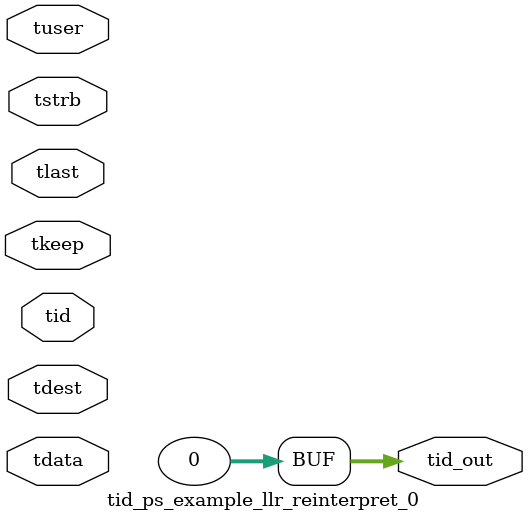
<source format=v>


`timescale 1ps/1ps

module tid_ps_example_llr_reinterpret_0 #
(
parameter C_S_AXIS_TID_WIDTH   = 1,
parameter C_S_AXIS_TUSER_WIDTH = 0,
parameter C_S_AXIS_TDATA_WIDTH = 0,
parameter C_S_AXIS_TDEST_WIDTH = 0,
parameter C_M_AXIS_TID_WIDTH   = 32
)
(
input  [(C_S_AXIS_TID_WIDTH   == 0 ? 1 : C_S_AXIS_TID_WIDTH)-1:0       ] tid,
input  [(C_S_AXIS_TDATA_WIDTH == 0 ? 1 : C_S_AXIS_TDATA_WIDTH)-1:0     ] tdata,
input  [(C_S_AXIS_TUSER_WIDTH == 0 ? 1 : C_S_AXIS_TUSER_WIDTH)-1:0     ] tuser,
input  [(C_S_AXIS_TDEST_WIDTH == 0 ? 1 : C_S_AXIS_TDEST_WIDTH)-1:0     ] tdest,
input  [(C_S_AXIS_TDATA_WIDTH/8)-1:0 ] tkeep,
input  [(C_S_AXIS_TDATA_WIDTH/8)-1:0 ] tstrb,
input                                                                    tlast,
output [(C_M_AXIS_TID_WIDTH   == 0 ? 1 : C_M_AXIS_TID_WIDTH)-1:0       ] tid_out
);

assign tid_out = {1'b0};

endmodule


</source>
